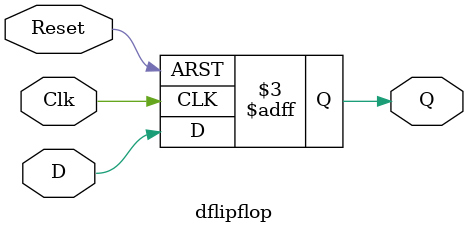
<source format=v>
module dflipflop(D, Clk, Reset, Q);
input D, Clk, Reset;
output reg Q;

always@(posedge Reset or posedge Clk)
begin
	if(Reset == 1)
		Q <= 0;
	else 
		Q <= D;
end
endmodule

</source>
